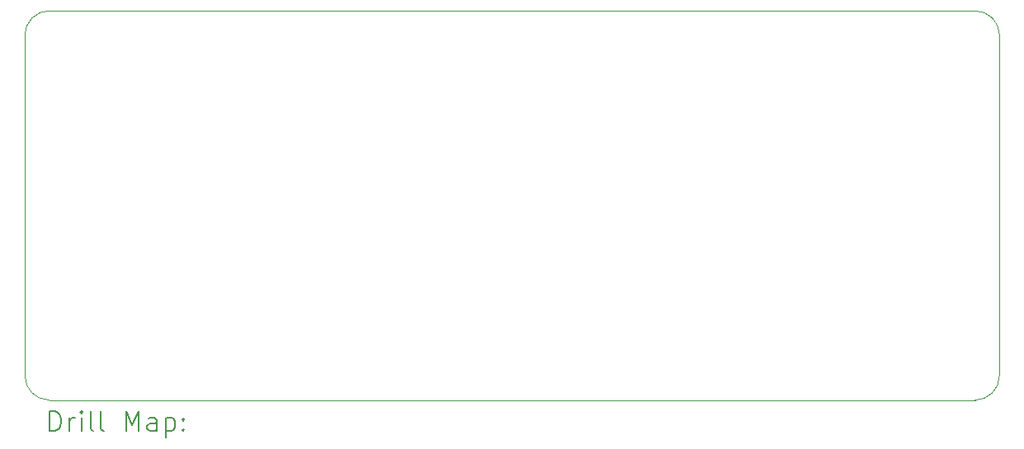
<source format=gbr>
%TF.GenerationSoftware,KiCad,Pcbnew,8.0.7*%
%TF.CreationDate,2025-01-13T21:26:38-08:00*%
%TF.ProjectId,psu_linear_reg,7073755f-6c69-46e6-9561-725f7265672e,rev?*%
%TF.SameCoordinates,Original*%
%TF.FileFunction,Drillmap*%
%TF.FilePolarity,Positive*%
%FSLAX45Y45*%
G04 Gerber Fmt 4.5, Leading zero omitted, Abs format (unit mm)*
G04 Created by KiCad (PCBNEW 8.0.7) date 2025-01-13 21:26:38*
%MOMM*%
%LPD*%
G01*
G04 APERTURE LIST*
%ADD10C,0.100000*%
%ADD11C,0.200000*%
G04 APERTURE END LIST*
D10*
X8750000Y-15600000D02*
G75*
G02*
X8500000Y-15350000I0J250000D01*
G01*
X18500000Y-11850000D02*
X18500000Y-15350000D01*
X8750000Y-11600000D02*
X18250000Y-11600000D01*
X18250000Y-11600000D02*
G75*
G02*
X18500000Y-11850000I0J-250000D01*
G01*
X8750000Y-15600000D02*
X18250000Y-15600000D01*
X18500000Y-15350000D02*
G75*
G02*
X18250000Y-15600000I-250000J0D01*
G01*
X8500000Y-11850000D02*
G75*
G02*
X8750000Y-11600000I250000J0D01*
G01*
X8500000Y-11850000D02*
X8500000Y-15350000D01*
D11*
X8755777Y-15916484D02*
X8755777Y-15716484D01*
X8755777Y-15716484D02*
X8803396Y-15716484D01*
X8803396Y-15716484D02*
X8831967Y-15726008D01*
X8831967Y-15726008D02*
X8851015Y-15745055D01*
X8851015Y-15745055D02*
X8860539Y-15764103D01*
X8860539Y-15764103D02*
X8870063Y-15802198D01*
X8870063Y-15802198D02*
X8870063Y-15830769D01*
X8870063Y-15830769D02*
X8860539Y-15868865D01*
X8860539Y-15868865D02*
X8851015Y-15887912D01*
X8851015Y-15887912D02*
X8831967Y-15906960D01*
X8831967Y-15906960D02*
X8803396Y-15916484D01*
X8803396Y-15916484D02*
X8755777Y-15916484D01*
X8955777Y-15916484D02*
X8955777Y-15783150D01*
X8955777Y-15821246D02*
X8965301Y-15802198D01*
X8965301Y-15802198D02*
X8974824Y-15792674D01*
X8974824Y-15792674D02*
X8993872Y-15783150D01*
X8993872Y-15783150D02*
X9012920Y-15783150D01*
X9079586Y-15916484D02*
X9079586Y-15783150D01*
X9079586Y-15716484D02*
X9070063Y-15726008D01*
X9070063Y-15726008D02*
X9079586Y-15735531D01*
X9079586Y-15735531D02*
X9089110Y-15726008D01*
X9089110Y-15726008D02*
X9079586Y-15716484D01*
X9079586Y-15716484D02*
X9079586Y-15735531D01*
X9203396Y-15916484D02*
X9184348Y-15906960D01*
X9184348Y-15906960D02*
X9174824Y-15887912D01*
X9174824Y-15887912D02*
X9174824Y-15716484D01*
X9308158Y-15916484D02*
X9289110Y-15906960D01*
X9289110Y-15906960D02*
X9279586Y-15887912D01*
X9279586Y-15887912D02*
X9279586Y-15716484D01*
X9536729Y-15916484D02*
X9536729Y-15716484D01*
X9536729Y-15716484D02*
X9603396Y-15859341D01*
X9603396Y-15859341D02*
X9670063Y-15716484D01*
X9670063Y-15716484D02*
X9670063Y-15916484D01*
X9851015Y-15916484D02*
X9851015Y-15811722D01*
X9851015Y-15811722D02*
X9841491Y-15792674D01*
X9841491Y-15792674D02*
X9822444Y-15783150D01*
X9822444Y-15783150D02*
X9784348Y-15783150D01*
X9784348Y-15783150D02*
X9765301Y-15792674D01*
X9851015Y-15906960D02*
X9831967Y-15916484D01*
X9831967Y-15916484D02*
X9784348Y-15916484D01*
X9784348Y-15916484D02*
X9765301Y-15906960D01*
X9765301Y-15906960D02*
X9755777Y-15887912D01*
X9755777Y-15887912D02*
X9755777Y-15868865D01*
X9755777Y-15868865D02*
X9765301Y-15849817D01*
X9765301Y-15849817D02*
X9784348Y-15840293D01*
X9784348Y-15840293D02*
X9831967Y-15840293D01*
X9831967Y-15840293D02*
X9851015Y-15830769D01*
X9946253Y-15783150D02*
X9946253Y-15983150D01*
X9946253Y-15792674D02*
X9965301Y-15783150D01*
X9965301Y-15783150D02*
X10003396Y-15783150D01*
X10003396Y-15783150D02*
X10022444Y-15792674D01*
X10022444Y-15792674D02*
X10031967Y-15802198D01*
X10031967Y-15802198D02*
X10041491Y-15821246D01*
X10041491Y-15821246D02*
X10041491Y-15878388D01*
X10041491Y-15878388D02*
X10031967Y-15897436D01*
X10031967Y-15897436D02*
X10022444Y-15906960D01*
X10022444Y-15906960D02*
X10003396Y-15916484D01*
X10003396Y-15916484D02*
X9965301Y-15916484D01*
X9965301Y-15916484D02*
X9946253Y-15906960D01*
X10127205Y-15897436D02*
X10136729Y-15906960D01*
X10136729Y-15906960D02*
X10127205Y-15916484D01*
X10127205Y-15916484D02*
X10117682Y-15906960D01*
X10117682Y-15906960D02*
X10127205Y-15897436D01*
X10127205Y-15897436D02*
X10127205Y-15916484D01*
X10127205Y-15792674D02*
X10136729Y-15802198D01*
X10136729Y-15802198D02*
X10127205Y-15811722D01*
X10127205Y-15811722D02*
X10117682Y-15802198D01*
X10117682Y-15802198D02*
X10127205Y-15792674D01*
X10127205Y-15792674D02*
X10127205Y-15811722D01*
M02*

</source>
